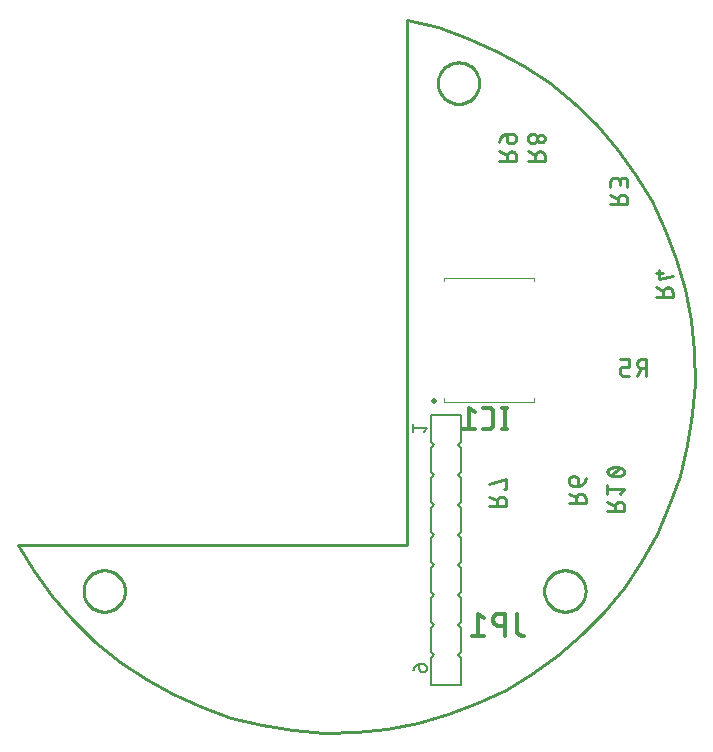
<source format=gbr>
G04 EAGLE Gerber RS-274X export*
G75*
%MOMM*%
%FSLAX34Y34*%
%LPD*%
%INSilkscreen Bottom*%
%IPPOS*%
%AMOC8*
5,1,8,0,0,1.08239X$1,22.5*%
G01*
%ADD10C,0.254000*%
%ADD11C,0.500000*%
%ADD12C,0.120000*%
%ADD13C,0.330200*%
%ADD14C,0.152400*%
%ADD15C,0.127000*%
%ADD16C,0.254000*%


D10*
X558546Y457424D02*
X572770Y457424D01*
X572770Y461375D01*
X572768Y461499D01*
X572762Y461623D01*
X572752Y461747D01*
X572739Y461870D01*
X572721Y461993D01*
X572700Y462115D01*
X572675Y462237D01*
X572646Y462358D01*
X572613Y462477D01*
X572577Y462596D01*
X572536Y462713D01*
X572493Y462829D01*
X572445Y462944D01*
X572394Y463057D01*
X572339Y463169D01*
X572281Y463278D01*
X572220Y463386D01*
X572155Y463492D01*
X572087Y463596D01*
X572015Y463697D01*
X571941Y463797D01*
X571863Y463893D01*
X571783Y463988D01*
X571699Y464080D01*
X571613Y464169D01*
X571524Y464255D01*
X571432Y464339D01*
X571337Y464419D01*
X571241Y464497D01*
X571141Y464571D01*
X571040Y464643D01*
X570936Y464711D01*
X570830Y464776D01*
X570722Y464837D01*
X570613Y464895D01*
X570501Y464950D01*
X570388Y465001D01*
X570273Y465049D01*
X570157Y465092D01*
X570040Y465133D01*
X569921Y465169D01*
X569802Y465202D01*
X569681Y465231D01*
X569559Y465256D01*
X569437Y465277D01*
X569314Y465295D01*
X569191Y465308D01*
X569067Y465318D01*
X568943Y465324D01*
X568819Y465326D01*
X568695Y465324D01*
X568571Y465318D01*
X568447Y465308D01*
X568324Y465295D01*
X568201Y465277D01*
X568079Y465256D01*
X567957Y465231D01*
X567836Y465202D01*
X567717Y465169D01*
X567598Y465133D01*
X567481Y465092D01*
X567365Y465049D01*
X567250Y465001D01*
X567137Y464950D01*
X567025Y464895D01*
X566916Y464837D01*
X566808Y464776D01*
X566702Y464711D01*
X566598Y464643D01*
X566497Y464571D01*
X566397Y464497D01*
X566301Y464419D01*
X566206Y464339D01*
X566114Y464255D01*
X566025Y464169D01*
X565939Y464080D01*
X565855Y463988D01*
X565775Y463893D01*
X565697Y463797D01*
X565623Y463697D01*
X565551Y463596D01*
X565483Y463492D01*
X565418Y463386D01*
X565357Y463278D01*
X565299Y463169D01*
X565244Y463057D01*
X565193Y462944D01*
X565145Y462829D01*
X565102Y462713D01*
X565061Y462596D01*
X565025Y462477D01*
X564992Y462358D01*
X564963Y462237D01*
X564938Y462115D01*
X564917Y461993D01*
X564899Y461870D01*
X564886Y461747D01*
X564876Y461623D01*
X564870Y461499D01*
X564868Y461375D01*
X564868Y457424D01*
X564868Y462165D02*
X558546Y465326D01*
X558546Y472158D02*
X558546Y476109D01*
X558548Y476233D01*
X558554Y476357D01*
X558564Y476481D01*
X558577Y476604D01*
X558595Y476727D01*
X558616Y476849D01*
X558641Y476971D01*
X558670Y477092D01*
X558703Y477211D01*
X558739Y477330D01*
X558780Y477447D01*
X558823Y477563D01*
X558871Y477678D01*
X558922Y477791D01*
X558977Y477903D01*
X559035Y478012D01*
X559096Y478120D01*
X559161Y478226D01*
X559229Y478330D01*
X559301Y478431D01*
X559375Y478531D01*
X559453Y478627D01*
X559533Y478722D01*
X559617Y478814D01*
X559703Y478903D01*
X559792Y478989D01*
X559884Y479073D01*
X559979Y479153D01*
X560075Y479231D01*
X560175Y479305D01*
X560276Y479377D01*
X560380Y479445D01*
X560486Y479510D01*
X560594Y479571D01*
X560703Y479629D01*
X560815Y479684D01*
X560928Y479735D01*
X561043Y479783D01*
X561159Y479826D01*
X561276Y479867D01*
X561395Y479903D01*
X561514Y479936D01*
X561635Y479965D01*
X561757Y479990D01*
X561879Y480011D01*
X562002Y480029D01*
X562125Y480042D01*
X562249Y480052D01*
X562373Y480058D01*
X562497Y480060D01*
X562621Y480058D01*
X562745Y480052D01*
X562869Y480042D01*
X562992Y480029D01*
X563115Y480011D01*
X563237Y479990D01*
X563359Y479965D01*
X563480Y479936D01*
X563599Y479903D01*
X563718Y479867D01*
X563835Y479826D01*
X563951Y479783D01*
X564066Y479735D01*
X564179Y479684D01*
X564291Y479629D01*
X564400Y479571D01*
X564508Y479510D01*
X564614Y479445D01*
X564718Y479377D01*
X564819Y479305D01*
X564919Y479231D01*
X565015Y479153D01*
X565110Y479073D01*
X565202Y478989D01*
X565291Y478903D01*
X565377Y478814D01*
X565461Y478722D01*
X565541Y478627D01*
X565619Y478531D01*
X565693Y478431D01*
X565765Y478330D01*
X565833Y478226D01*
X565898Y478120D01*
X565959Y478012D01*
X566017Y477903D01*
X566072Y477791D01*
X566123Y477678D01*
X566171Y477563D01*
X566214Y477447D01*
X566255Y477330D01*
X566291Y477211D01*
X566324Y477092D01*
X566353Y476971D01*
X566378Y476849D01*
X566399Y476727D01*
X566417Y476604D01*
X566430Y476481D01*
X566440Y476357D01*
X566446Y476233D01*
X566448Y476109D01*
X572770Y476899D02*
X572770Y472158D01*
X572770Y476899D02*
X572768Y477011D01*
X572762Y477122D01*
X572752Y477233D01*
X572739Y477344D01*
X572721Y477454D01*
X572699Y477563D01*
X572674Y477672D01*
X572645Y477780D01*
X572612Y477886D01*
X572575Y477992D01*
X572535Y478096D01*
X572491Y478198D01*
X572443Y478299D01*
X572392Y478398D01*
X572337Y478496D01*
X572279Y478591D01*
X572218Y478684D01*
X572153Y478775D01*
X572085Y478864D01*
X572014Y478950D01*
X571941Y479033D01*
X571864Y479114D01*
X571784Y479193D01*
X571702Y479268D01*
X571617Y479340D01*
X571530Y479410D01*
X571440Y479476D01*
X571348Y479539D01*
X571253Y479599D01*
X571157Y479655D01*
X571059Y479708D01*
X570959Y479757D01*
X570857Y479803D01*
X570754Y479845D01*
X570649Y479884D01*
X570543Y479919D01*
X570436Y479950D01*
X570328Y479977D01*
X570219Y480001D01*
X570109Y480020D01*
X569999Y480036D01*
X569888Y480048D01*
X569776Y480056D01*
X569665Y480060D01*
X569553Y480060D01*
X569442Y480056D01*
X569330Y480048D01*
X569219Y480036D01*
X569109Y480020D01*
X568999Y480001D01*
X568890Y479977D01*
X568782Y479950D01*
X568675Y479919D01*
X568569Y479884D01*
X568464Y479845D01*
X568361Y479803D01*
X568259Y479757D01*
X568159Y479708D01*
X568061Y479655D01*
X567965Y479599D01*
X567870Y479539D01*
X567778Y479476D01*
X567688Y479410D01*
X567601Y479340D01*
X567516Y479268D01*
X567434Y479193D01*
X567354Y479114D01*
X567277Y479033D01*
X567204Y478950D01*
X567133Y478864D01*
X567065Y478775D01*
X567000Y478684D01*
X566939Y478591D01*
X566881Y478496D01*
X566826Y478398D01*
X566775Y478299D01*
X566727Y478198D01*
X566683Y478096D01*
X566643Y477992D01*
X566606Y477886D01*
X566573Y477780D01*
X566544Y477672D01*
X566519Y477563D01*
X566497Y477454D01*
X566479Y477344D01*
X566466Y477233D01*
X566456Y477122D01*
X566450Y477011D01*
X566448Y476899D01*
X566448Y473738D01*
X596900Y379110D02*
X611124Y379110D01*
X611124Y383061D01*
X611122Y383185D01*
X611116Y383309D01*
X611106Y383433D01*
X611093Y383556D01*
X611075Y383679D01*
X611054Y383801D01*
X611029Y383923D01*
X611000Y384044D01*
X610967Y384163D01*
X610931Y384282D01*
X610890Y384399D01*
X610847Y384515D01*
X610799Y384630D01*
X610748Y384743D01*
X610693Y384855D01*
X610635Y384964D01*
X610574Y385072D01*
X610509Y385178D01*
X610441Y385282D01*
X610369Y385383D01*
X610295Y385483D01*
X610217Y385579D01*
X610137Y385674D01*
X610053Y385766D01*
X609967Y385855D01*
X609878Y385941D01*
X609786Y386025D01*
X609691Y386105D01*
X609595Y386183D01*
X609495Y386257D01*
X609394Y386329D01*
X609290Y386397D01*
X609184Y386462D01*
X609076Y386523D01*
X608967Y386581D01*
X608855Y386636D01*
X608742Y386687D01*
X608627Y386735D01*
X608511Y386778D01*
X608394Y386819D01*
X608275Y386855D01*
X608156Y386888D01*
X608035Y386917D01*
X607913Y386942D01*
X607791Y386963D01*
X607668Y386981D01*
X607545Y386994D01*
X607421Y387004D01*
X607297Y387010D01*
X607173Y387012D01*
X607049Y387010D01*
X606925Y387004D01*
X606801Y386994D01*
X606678Y386981D01*
X606555Y386963D01*
X606433Y386942D01*
X606311Y386917D01*
X606190Y386888D01*
X606071Y386855D01*
X605952Y386819D01*
X605835Y386778D01*
X605719Y386735D01*
X605604Y386687D01*
X605491Y386636D01*
X605379Y386581D01*
X605270Y386523D01*
X605162Y386462D01*
X605056Y386397D01*
X604952Y386329D01*
X604851Y386257D01*
X604751Y386183D01*
X604655Y386105D01*
X604560Y386025D01*
X604468Y385941D01*
X604379Y385855D01*
X604293Y385766D01*
X604209Y385674D01*
X604129Y385579D01*
X604051Y385483D01*
X603977Y385383D01*
X603905Y385282D01*
X603837Y385178D01*
X603772Y385072D01*
X603711Y384964D01*
X603653Y384855D01*
X603598Y384743D01*
X603547Y384630D01*
X603499Y384515D01*
X603456Y384399D01*
X603415Y384282D01*
X603379Y384163D01*
X603346Y384044D01*
X603317Y383923D01*
X603292Y383801D01*
X603271Y383679D01*
X603253Y383556D01*
X603240Y383433D01*
X603230Y383309D01*
X603224Y383185D01*
X603222Y383061D01*
X603222Y379110D01*
X603222Y383851D02*
X596900Y387012D01*
X600061Y393844D02*
X611124Y397005D01*
X600061Y393844D02*
X600061Y401746D01*
X603222Y399375D02*
X596900Y399375D01*
X589056Y326390D02*
X589056Y312166D01*
X589056Y326390D02*
X585105Y326390D01*
X584981Y326388D01*
X584857Y326382D01*
X584733Y326372D01*
X584610Y326359D01*
X584487Y326341D01*
X584365Y326320D01*
X584243Y326295D01*
X584122Y326266D01*
X584003Y326233D01*
X583884Y326197D01*
X583767Y326156D01*
X583651Y326113D01*
X583536Y326065D01*
X583423Y326014D01*
X583311Y325959D01*
X583202Y325901D01*
X583094Y325840D01*
X582988Y325775D01*
X582884Y325707D01*
X582783Y325635D01*
X582683Y325561D01*
X582587Y325483D01*
X582492Y325403D01*
X582400Y325319D01*
X582311Y325233D01*
X582225Y325144D01*
X582141Y325052D01*
X582061Y324957D01*
X581983Y324861D01*
X581909Y324761D01*
X581837Y324660D01*
X581769Y324556D01*
X581704Y324450D01*
X581643Y324342D01*
X581585Y324233D01*
X581530Y324121D01*
X581479Y324008D01*
X581431Y323893D01*
X581388Y323777D01*
X581347Y323660D01*
X581311Y323541D01*
X581278Y323422D01*
X581249Y323301D01*
X581224Y323179D01*
X581203Y323057D01*
X581185Y322934D01*
X581172Y322811D01*
X581162Y322687D01*
X581156Y322563D01*
X581154Y322439D01*
X581156Y322315D01*
X581162Y322191D01*
X581172Y322067D01*
X581185Y321944D01*
X581203Y321821D01*
X581224Y321699D01*
X581249Y321577D01*
X581278Y321456D01*
X581311Y321337D01*
X581347Y321218D01*
X581388Y321101D01*
X581431Y320985D01*
X581479Y320870D01*
X581530Y320757D01*
X581585Y320645D01*
X581643Y320536D01*
X581704Y320428D01*
X581769Y320322D01*
X581837Y320218D01*
X581909Y320117D01*
X581983Y320017D01*
X582061Y319921D01*
X582141Y319826D01*
X582225Y319734D01*
X582311Y319645D01*
X582400Y319559D01*
X582492Y319475D01*
X582587Y319395D01*
X582683Y319317D01*
X582783Y319243D01*
X582884Y319171D01*
X582988Y319103D01*
X583094Y319038D01*
X583202Y318977D01*
X583311Y318919D01*
X583423Y318864D01*
X583536Y318813D01*
X583651Y318765D01*
X583767Y318722D01*
X583884Y318681D01*
X584003Y318645D01*
X584122Y318612D01*
X584243Y318583D01*
X584365Y318558D01*
X584487Y318537D01*
X584610Y318519D01*
X584733Y318506D01*
X584857Y318496D01*
X584981Y318490D01*
X585105Y318488D01*
X589056Y318488D01*
X584315Y318488D02*
X581154Y312166D01*
X574322Y312166D02*
X569581Y312166D01*
X569471Y312168D01*
X569361Y312174D01*
X569251Y312183D01*
X569141Y312197D01*
X569032Y312214D01*
X568924Y312235D01*
X568816Y312260D01*
X568710Y312288D01*
X568604Y312321D01*
X568500Y312357D01*
X568397Y312396D01*
X568295Y312439D01*
X568195Y312486D01*
X568097Y312536D01*
X568001Y312589D01*
X567906Y312646D01*
X567813Y312706D01*
X567723Y312770D01*
X567635Y312836D01*
X567549Y312906D01*
X567466Y312978D01*
X567385Y313053D01*
X567307Y313131D01*
X567232Y313212D01*
X567160Y313295D01*
X567090Y313381D01*
X567024Y313469D01*
X566960Y313559D01*
X566900Y313652D01*
X566844Y313746D01*
X566790Y313843D01*
X566740Y313941D01*
X566693Y314041D01*
X566650Y314143D01*
X566611Y314246D01*
X566575Y314350D01*
X566542Y314456D01*
X566514Y314562D01*
X566489Y314670D01*
X566468Y314778D01*
X566451Y314887D01*
X566437Y314997D01*
X566428Y315106D01*
X566422Y315217D01*
X566420Y315327D01*
X566420Y316907D01*
X566422Y317017D01*
X566428Y317128D01*
X566437Y317237D01*
X566451Y317347D01*
X566468Y317456D01*
X566489Y317564D01*
X566514Y317672D01*
X566542Y317778D01*
X566575Y317884D01*
X566611Y317988D01*
X566650Y318091D01*
X566693Y318193D01*
X566740Y318293D01*
X566790Y318391D01*
X566843Y318488D01*
X566900Y318582D01*
X566960Y318675D01*
X567024Y318765D01*
X567090Y318853D01*
X567160Y318939D01*
X567232Y319022D01*
X567307Y319103D01*
X567385Y319181D01*
X567466Y319256D01*
X567549Y319328D01*
X567635Y319398D01*
X567723Y319464D01*
X567813Y319528D01*
X567906Y319588D01*
X568001Y319645D01*
X568097Y319698D01*
X568195Y319748D01*
X568295Y319795D01*
X568397Y319838D01*
X568500Y319877D01*
X568604Y319913D01*
X568710Y319946D01*
X568816Y319974D01*
X568924Y319999D01*
X569032Y320020D01*
X569141Y320037D01*
X569251Y320051D01*
X569361Y320060D01*
X569471Y320066D01*
X569581Y320068D01*
X574322Y320068D01*
X574322Y326390D01*
X566420Y326390D01*
X537464Y204470D02*
X523240Y204470D01*
X537464Y204470D02*
X537464Y208421D01*
X537462Y208545D01*
X537456Y208669D01*
X537446Y208793D01*
X537433Y208916D01*
X537415Y209039D01*
X537394Y209161D01*
X537369Y209283D01*
X537340Y209404D01*
X537307Y209523D01*
X537271Y209642D01*
X537230Y209759D01*
X537187Y209875D01*
X537139Y209990D01*
X537088Y210103D01*
X537033Y210215D01*
X536975Y210324D01*
X536914Y210432D01*
X536849Y210538D01*
X536781Y210642D01*
X536709Y210743D01*
X536635Y210843D01*
X536557Y210939D01*
X536477Y211034D01*
X536393Y211126D01*
X536307Y211215D01*
X536218Y211301D01*
X536126Y211385D01*
X536031Y211465D01*
X535935Y211543D01*
X535835Y211617D01*
X535734Y211689D01*
X535630Y211757D01*
X535524Y211822D01*
X535416Y211883D01*
X535307Y211941D01*
X535195Y211996D01*
X535082Y212047D01*
X534967Y212095D01*
X534851Y212138D01*
X534734Y212179D01*
X534615Y212215D01*
X534496Y212248D01*
X534375Y212277D01*
X534253Y212302D01*
X534131Y212323D01*
X534008Y212341D01*
X533885Y212354D01*
X533761Y212364D01*
X533637Y212370D01*
X533513Y212372D01*
X533389Y212370D01*
X533265Y212364D01*
X533141Y212354D01*
X533018Y212341D01*
X532895Y212323D01*
X532773Y212302D01*
X532651Y212277D01*
X532530Y212248D01*
X532411Y212215D01*
X532292Y212179D01*
X532175Y212138D01*
X532059Y212095D01*
X531944Y212047D01*
X531831Y211996D01*
X531719Y211941D01*
X531610Y211883D01*
X531502Y211822D01*
X531396Y211757D01*
X531292Y211689D01*
X531191Y211617D01*
X531091Y211543D01*
X530995Y211465D01*
X530900Y211385D01*
X530808Y211301D01*
X530719Y211215D01*
X530633Y211126D01*
X530549Y211034D01*
X530469Y210939D01*
X530391Y210843D01*
X530317Y210743D01*
X530245Y210642D01*
X530177Y210538D01*
X530112Y210432D01*
X530051Y210324D01*
X529993Y210215D01*
X529938Y210103D01*
X529887Y209990D01*
X529839Y209875D01*
X529796Y209759D01*
X529755Y209642D01*
X529719Y209523D01*
X529686Y209404D01*
X529657Y209283D01*
X529632Y209161D01*
X529611Y209039D01*
X529593Y208916D01*
X529580Y208793D01*
X529570Y208669D01*
X529564Y208545D01*
X529562Y208421D01*
X529562Y204470D01*
X529562Y209211D02*
X523240Y212372D01*
X531142Y219204D02*
X531142Y223945D01*
X531140Y224055D01*
X531134Y224166D01*
X531125Y224275D01*
X531111Y224385D01*
X531094Y224494D01*
X531073Y224602D01*
X531048Y224710D01*
X531020Y224816D01*
X530987Y224922D01*
X530951Y225026D01*
X530912Y225129D01*
X530869Y225231D01*
X530822Y225331D01*
X530772Y225429D01*
X530719Y225526D01*
X530662Y225620D01*
X530602Y225713D01*
X530538Y225803D01*
X530472Y225891D01*
X530402Y225977D01*
X530330Y226060D01*
X530255Y226141D01*
X530177Y226219D01*
X530096Y226294D01*
X530013Y226366D01*
X529927Y226436D01*
X529839Y226502D01*
X529749Y226566D01*
X529656Y226626D01*
X529562Y226683D01*
X529465Y226736D01*
X529367Y226786D01*
X529267Y226833D01*
X529165Y226876D01*
X529062Y226915D01*
X528958Y226951D01*
X528852Y226984D01*
X528746Y227012D01*
X528638Y227037D01*
X528530Y227058D01*
X528421Y227075D01*
X528311Y227089D01*
X528202Y227098D01*
X528091Y227104D01*
X527981Y227106D01*
X527191Y227106D01*
X527067Y227104D01*
X526943Y227098D01*
X526819Y227088D01*
X526696Y227075D01*
X526573Y227057D01*
X526451Y227036D01*
X526329Y227011D01*
X526208Y226982D01*
X526089Y226949D01*
X525970Y226913D01*
X525853Y226872D01*
X525737Y226829D01*
X525622Y226781D01*
X525509Y226730D01*
X525397Y226675D01*
X525288Y226617D01*
X525180Y226556D01*
X525074Y226491D01*
X524970Y226423D01*
X524869Y226351D01*
X524769Y226277D01*
X524673Y226199D01*
X524578Y226119D01*
X524486Y226035D01*
X524397Y225949D01*
X524311Y225860D01*
X524227Y225768D01*
X524147Y225673D01*
X524069Y225577D01*
X523995Y225477D01*
X523923Y225376D01*
X523855Y225272D01*
X523790Y225166D01*
X523729Y225058D01*
X523671Y224949D01*
X523616Y224837D01*
X523565Y224724D01*
X523517Y224609D01*
X523474Y224493D01*
X523433Y224376D01*
X523397Y224257D01*
X523364Y224138D01*
X523335Y224017D01*
X523310Y223895D01*
X523289Y223773D01*
X523271Y223650D01*
X523258Y223527D01*
X523248Y223403D01*
X523242Y223279D01*
X523240Y223155D01*
X523242Y223031D01*
X523248Y222907D01*
X523258Y222783D01*
X523271Y222660D01*
X523289Y222537D01*
X523310Y222415D01*
X523335Y222293D01*
X523364Y222172D01*
X523397Y222053D01*
X523433Y221934D01*
X523474Y221817D01*
X523517Y221701D01*
X523565Y221586D01*
X523616Y221473D01*
X523671Y221361D01*
X523729Y221252D01*
X523790Y221144D01*
X523855Y221038D01*
X523923Y220934D01*
X523995Y220833D01*
X524069Y220733D01*
X524147Y220637D01*
X524227Y220542D01*
X524311Y220450D01*
X524397Y220361D01*
X524486Y220275D01*
X524578Y220191D01*
X524673Y220111D01*
X524769Y220033D01*
X524869Y219959D01*
X524970Y219887D01*
X525074Y219819D01*
X525180Y219754D01*
X525288Y219693D01*
X525397Y219635D01*
X525509Y219580D01*
X525622Y219529D01*
X525737Y219481D01*
X525853Y219438D01*
X525970Y219397D01*
X526089Y219361D01*
X526208Y219328D01*
X526329Y219299D01*
X526451Y219274D01*
X526573Y219253D01*
X526696Y219235D01*
X526819Y219222D01*
X526943Y219212D01*
X527067Y219206D01*
X527191Y219204D01*
X531142Y219204D01*
X531300Y219206D01*
X531457Y219212D01*
X531614Y219222D01*
X531771Y219235D01*
X531928Y219253D01*
X532084Y219275D01*
X532240Y219300D01*
X532395Y219329D01*
X532549Y219363D01*
X532702Y219399D01*
X532854Y219440D01*
X533005Y219485D01*
X533155Y219533D01*
X533304Y219585D01*
X533452Y219641D01*
X533598Y219700D01*
X533742Y219763D01*
X533885Y219830D01*
X534026Y219900D01*
X534166Y219974D01*
X534303Y220051D01*
X534439Y220131D01*
X534572Y220215D01*
X534703Y220303D01*
X534832Y220393D01*
X534959Y220487D01*
X535084Y220583D01*
X535206Y220683D01*
X535325Y220786D01*
X535442Y220892D01*
X535556Y221000D01*
X535668Y221112D01*
X535776Y221226D01*
X535882Y221343D01*
X535985Y221462D01*
X536085Y221584D01*
X536181Y221709D01*
X536275Y221836D01*
X536365Y221965D01*
X536453Y222096D01*
X536536Y222229D01*
X536617Y222365D01*
X536694Y222502D01*
X536768Y222642D01*
X536838Y222783D01*
X536905Y222926D01*
X536968Y223070D01*
X537027Y223216D01*
X537083Y223364D01*
X537135Y223513D01*
X537183Y223663D01*
X537228Y223814D01*
X537269Y223966D01*
X537305Y224119D01*
X537339Y224273D01*
X537368Y224428D01*
X537393Y224584D01*
X537415Y224740D01*
X537433Y224897D01*
X537446Y225054D01*
X537456Y225211D01*
X537462Y225368D01*
X537464Y225526D01*
X470154Y201930D02*
X455930Y201930D01*
X470154Y201930D02*
X470154Y205881D01*
X470152Y206005D01*
X470146Y206129D01*
X470136Y206253D01*
X470123Y206376D01*
X470105Y206499D01*
X470084Y206621D01*
X470059Y206743D01*
X470030Y206864D01*
X469997Y206983D01*
X469961Y207102D01*
X469920Y207219D01*
X469877Y207335D01*
X469829Y207450D01*
X469778Y207563D01*
X469723Y207675D01*
X469665Y207784D01*
X469604Y207892D01*
X469539Y207998D01*
X469471Y208102D01*
X469399Y208203D01*
X469325Y208303D01*
X469247Y208399D01*
X469167Y208494D01*
X469083Y208586D01*
X468997Y208675D01*
X468908Y208761D01*
X468816Y208845D01*
X468721Y208925D01*
X468625Y209003D01*
X468525Y209077D01*
X468424Y209149D01*
X468320Y209217D01*
X468214Y209282D01*
X468106Y209343D01*
X467997Y209401D01*
X467885Y209456D01*
X467772Y209507D01*
X467657Y209555D01*
X467541Y209598D01*
X467424Y209639D01*
X467305Y209675D01*
X467186Y209708D01*
X467065Y209737D01*
X466943Y209762D01*
X466821Y209783D01*
X466698Y209801D01*
X466575Y209814D01*
X466451Y209824D01*
X466327Y209830D01*
X466203Y209832D01*
X466079Y209830D01*
X465955Y209824D01*
X465831Y209814D01*
X465708Y209801D01*
X465585Y209783D01*
X465463Y209762D01*
X465341Y209737D01*
X465220Y209708D01*
X465101Y209675D01*
X464982Y209639D01*
X464865Y209598D01*
X464749Y209555D01*
X464634Y209507D01*
X464521Y209456D01*
X464409Y209401D01*
X464300Y209343D01*
X464192Y209282D01*
X464086Y209217D01*
X463982Y209149D01*
X463881Y209077D01*
X463781Y209003D01*
X463685Y208925D01*
X463590Y208845D01*
X463498Y208761D01*
X463409Y208675D01*
X463323Y208586D01*
X463239Y208494D01*
X463159Y208399D01*
X463081Y208303D01*
X463007Y208203D01*
X462935Y208102D01*
X462867Y207998D01*
X462802Y207892D01*
X462741Y207784D01*
X462683Y207675D01*
X462628Y207563D01*
X462577Y207450D01*
X462529Y207335D01*
X462486Y207219D01*
X462445Y207102D01*
X462409Y206983D01*
X462376Y206864D01*
X462347Y206743D01*
X462322Y206621D01*
X462301Y206499D01*
X462283Y206376D01*
X462270Y206253D01*
X462260Y206129D01*
X462254Y206005D01*
X462252Y205881D01*
X462252Y201930D01*
X462252Y206671D02*
X455930Y209832D01*
X468574Y216664D02*
X470154Y216664D01*
X470154Y224566D01*
X455930Y220615D01*
X488696Y494254D02*
X502920Y494254D01*
X502920Y498205D01*
X502918Y498329D01*
X502912Y498453D01*
X502902Y498577D01*
X502889Y498700D01*
X502871Y498823D01*
X502850Y498945D01*
X502825Y499067D01*
X502796Y499188D01*
X502763Y499307D01*
X502727Y499426D01*
X502686Y499543D01*
X502643Y499659D01*
X502595Y499774D01*
X502544Y499887D01*
X502489Y499999D01*
X502431Y500108D01*
X502370Y500216D01*
X502305Y500322D01*
X502237Y500426D01*
X502165Y500527D01*
X502091Y500627D01*
X502013Y500723D01*
X501933Y500818D01*
X501849Y500910D01*
X501763Y500999D01*
X501674Y501085D01*
X501582Y501169D01*
X501487Y501249D01*
X501391Y501327D01*
X501291Y501401D01*
X501190Y501473D01*
X501086Y501541D01*
X500980Y501606D01*
X500872Y501667D01*
X500763Y501725D01*
X500651Y501780D01*
X500538Y501831D01*
X500423Y501879D01*
X500307Y501922D01*
X500190Y501963D01*
X500071Y501999D01*
X499952Y502032D01*
X499831Y502061D01*
X499709Y502086D01*
X499587Y502107D01*
X499464Y502125D01*
X499341Y502138D01*
X499217Y502148D01*
X499093Y502154D01*
X498969Y502156D01*
X498845Y502154D01*
X498721Y502148D01*
X498597Y502138D01*
X498474Y502125D01*
X498351Y502107D01*
X498229Y502086D01*
X498107Y502061D01*
X497986Y502032D01*
X497867Y501999D01*
X497748Y501963D01*
X497631Y501922D01*
X497515Y501879D01*
X497400Y501831D01*
X497287Y501780D01*
X497175Y501725D01*
X497066Y501667D01*
X496958Y501606D01*
X496852Y501541D01*
X496748Y501473D01*
X496647Y501401D01*
X496547Y501327D01*
X496451Y501249D01*
X496356Y501169D01*
X496264Y501085D01*
X496175Y500999D01*
X496089Y500910D01*
X496005Y500818D01*
X495925Y500723D01*
X495847Y500627D01*
X495773Y500527D01*
X495701Y500426D01*
X495633Y500322D01*
X495568Y500216D01*
X495507Y500108D01*
X495449Y499999D01*
X495394Y499887D01*
X495343Y499774D01*
X495295Y499659D01*
X495252Y499543D01*
X495211Y499426D01*
X495175Y499307D01*
X495142Y499188D01*
X495113Y499067D01*
X495088Y498945D01*
X495067Y498823D01*
X495049Y498700D01*
X495036Y498577D01*
X495026Y498453D01*
X495020Y498329D01*
X495018Y498205D01*
X495018Y494254D01*
X495018Y498995D02*
X488696Y502156D01*
X492647Y508988D02*
X492771Y508990D01*
X492895Y508996D01*
X493019Y509006D01*
X493142Y509019D01*
X493265Y509037D01*
X493387Y509058D01*
X493509Y509083D01*
X493630Y509112D01*
X493749Y509145D01*
X493868Y509181D01*
X493985Y509222D01*
X494101Y509265D01*
X494216Y509313D01*
X494329Y509364D01*
X494441Y509419D01*
X494550Y509477D01*
X494658Y509538D01*
X494764Y509603D01*
X494868Y509671D01*
X494969Y509743D01*
X495069Y509817D01*
X495165Y509895D01*
X495260Y509975D01*
X495352Y510059D01*
X495441Y510145D01*
X495527Y510234D01*
X495611Y510326D01*
X495691Y510421D01*
X495769Y510517D01*
X495843Y510617D01*
X495915Y510718D01*
X495983Y510822D01*
X496048Y510928D01*
X496109Y511036D01*
X496167Y511145D01*
X496222Y511257D01*
X496273Y511370D01*
X496321Y511485D01*
X496364Y511601D01*
X496405Y511718D01*
X496441Y511837D01*
X496474Y511956D01*
X496503Y512077D01*
X496528Y512199D01*
X496549Y512321D01*
X496567Y512444D01*
X496580Y512567D01*
X496590Y512691D01*
X496596Y512815D01*
X496598Y512939D01*
X496596Y513063D01*
X496590Y513187D01*
X496580Y513311D01*
X496567Y513434D01*
X496549Y513557D01*
X496528Y513679D01*
X496503Y513801D01*
X496474Y513922D01*
X496441Y514041D01*
X496405Y514160D01*
X496364Y514277D01*
X496321Y514393D01*
X496273Y514508D01*
X496222Y514621D01*
X496167Y514733D01*
X496109Y514842D01*
X496048Y514950D01*
X495983Y515056D01*
X495915Y515160D01*
X495843Y515261D01*
X495769Y515361D01*
X495691Y515457D01*
X495611Y515552D01*
X495527Y515644D01*
X495441Y515733D01*
X495352Y515819D01*
X495260Y515903D01*
X495165Y515983D01*
X495069Y516061D01*
X494969Y516135D01*
X494868Y516207D01*
X494764Y516275D01*
X494658Y516340D01*
X494550Y516401D01*
X494441Y516459D01*
X494329Y516514D01*
X494216Y516565D01*
X494101Y516613D01*
X493985Y516656D01*
X493868Y516697D01*
X493749Y516733D01*
X493630Y516766D01*
X493509Y516795D01*
X493387Y516820D01*
X493265Y516841D01*
X493142Y516859D01*
X493019Y516872D01*
X492895Y516882D01*
X492771Y516888D01*
X492647Y516890D01*
X492523Y516888D01*
X492399Y516882D01*
X492275Y516872D01*
X492152Y516859D01*
X492029Y516841D01*
X491907Y516820D01*
X491785Y516795D01*
X491664Y516766D01*
X491545Y516733D01*
X491426Y516697D01*
X491309Y516656D01*
X491193Y516613D01*
X491078Y516565D01*
X490965Y516514D01*
X490853Y516459D01*
X490744Y516401D01*
X490636Y516340D01*
X490530Y516275D01*
X490426Y516207D01*
X490325Y516135D01*
X490225Y516061D01*
X490129Y515983D01*
X490034Y515903D01*
X489942Y515819D01*
X489853Y515733D01*
X489767Y515644D01*
X489683Y515552D01*
X489603Y515457D01*
X489525Y515361D01*
X489451Y515261D01*
X489379Y515160D01*
X489311Y515056D01*
X489246Y514950D01*
X489185Y514842D01*
X489127Y514733D01*
X489072Y514621D01*
X489021Y514508D01*
X488973Y514393D01*
X488930Y514277D01*
X488889Y514160D01*
X488853Y514041D01*
X488820Y513922D01*
X488791Y513801D01*
X488766Y513679D01*
X488745Y513557D01*
X488727Y513434D01*
X488714Y513311D01*
X488704Y513187D01*
X488698Y513063D01*
X488696Y512939D01*
X488698Y512815D01*
X488704Y512691D01*
X488714Y512567D01*
X488727Y512444D01*
X488745Y512321D01*
X488766Y512199D01*
X488791Y512077D01*
X488820Y511956D01*
X488853Y511837D01*
X488889Y511718D01*
X488930Y511601D01*
X488973Y511485D01*
X489021Y511370D01*
X489072Y511257D01*
X489127Y511145D01*
X489185Y511036D01*
X489246Y510928D01*
X489311Y510822D01*
X489379Y510718D01*
X489451Y510617D01*
X489525Y510517D01*
X489603Y510421D01*
X489683Y510326D01*
X489767Y510234D01*
X489853Y510145D01*
X489942Y510059D01*
X490034Y509975D01*
X490129Y509895D01*
X490225Y509817D01*
X490325Y509743D01*
X490426Y509671D01*
X490530Y509603D01*
X490636Y509538D01*
X490744Y509477D01*
X490853Y509419D01*
X490965Y509364D01*
X491078Y509313D01*
X491193Y509265D01*
X491309Y509222D01*
X491426Y509181D01*
X491545Y509145D01*
X491664Y509112D01*
X491785Y509083D01*
X491907Y509058D01*
X492029Y509037D01*
X492152Y509019D01*
X492275Y509006D01*
X492399Y508996D01*
X492523Y508990D01*
X492647Y508988D01*
X499759Y509778D02*
X499871Y509780D01*
X499982Y509786D01*
X500093Y509796D01*
X500204Y509809D01*
X500314Y509827D01*
X500423Y509849D01*
X500532Y509874D01*
X500640Y509903D01*
X500746Y509936D01*
X500852Y509973D01*
X500956Y510013D01*
X501058Y510057D01*
X501159Y510105D01*
X501258Y510156D01*
X501356Y510211D01*
X501451Y510269D01*
X501544Y510330D01*
X501635Y510395D01*
X501724Y510463D01*
X501810Y510534D01*
X501893Y510607D01*
X501974Y510684D01*
X502053Y510764D01*
X502128Y510846D01*
X502200Y510931D01*
X502270Y511018D01*
X502336Y511108D01*
X502399Y511200D01*
X502459Y511295D01*
X502515Y511391D01*
X502568Y511489D01*
X502617Y511589D01*
X502663Y511691D01*
X502705Y511794D01*
X502744Y511899D01*
X502779Y512005D01*
X502810Y512112D01*
X502837Y512220D01*
X502861Y512329D01*
X502880Y512439D01*
X502896Y512549D01*
X502908Y512660D01*
X502916Y512772D01*
X502920Y512883D01*
X502920Y512995D01*
X502916Y513106D01*
X502908Y513218D01*
X502896Y513329D01*
X502880Y513439D01*
X502861Y513549D01*
X502837Y513658D01*
X502810Y513766D01*
X502779Y513873D01*
X502744Y513979D01*
X502705Y514084D01*
X502663Y514187D01*
X502617Y514289D01*
X502568Y514389D01*
X502515Y514487D01*
X502459Y514583D01*
X502399Y514678D01*
X502336Y514770D01*
X502270Y514860D01*
X502200Y514947D01*
X502128Y515032D01*
X502053Y515114D01*
X501974Y515194D01*
X501893Y515271D01*
X501810Y515344D01*
X501724Y515415D01*
X501635Y515483D01*
X501544Y515548D01*
X501451Y515609D01*
X501356Y515667D01*
X501258Y515722D01*
X501159Y515773D01*
X501058Y515821D01*
X500956Y515865D01*
X500852Y515905D01*
X500746Y515942D01*
X500640Y515975D01*
X500532Y516004D01*
X500423Y516029D01*
X500314Y516051D01*
X500204Y516069D01*
X500093Y516082D01*
X499982Y516092D01*
X499871Y516098D01*
X499759Y516100D01*
X499647Y516098D01*
X499536Y516092D01*
X499425Y516082D01*
X499314Y516069D01*
X499204Y516051D01*
X499095Y516029D01*
X498986Y516004D01*
X498878Y515975D01*
X498772Y515942D01*
X498666Y515905D01*
X498562Y515865D01*
X498460Y515821D01*
X498359Y515773D01*
X498260Y515722D01*
X498162Y515667D01*
X498067Y515609D01*
X497974Y515548D01*
X497883Y515483D01*
X497794Y515415D01*
X497708Y515344D01*
X497625Y515271D01*
X497544Y515194D01*
X497465Y515114D01*
X497390Y515032D01*
X497318Y514947D01*
X497248Y514860D01*
X497182Y514770D01*
X497119Y514678D01*
X497059Y514583D01*
X497003Y514487D01*
X496950Y514389D01*
X496901Y514289D01*
X496855Y514187D01*
X496813Y514084D01*
X496774Y513979D01*
X496739Y513873D01*
X496708Y513766D01*
X496681Y513658D01*
X496657Y513549D01*
X496638Y513439D01*
X496622Y513329D01*
X496610Y513218D01*
X496602Y513106D01*
X496598Y512995D01*
X496598Y512883D01*
X496602Y512772D01*
X496610Y512660D01*
X496622Y512549D01*
X496638Y512439D01*
X496657Y512329D01*
X496681Y512220D01*
X496708Y512112D01*
X496739Y512005D01*
X496774Y511899D01*
X496813Y511794D01*
X496855Y511691D01*
X496901Y511589D01*
X496950Y511489D01*
X497003Y511391D01*
X497059Y511295D01*
X497119Y511200D01*
X497182Y511108D01*
X497248Y511018D01*
X497318Y510931D01*
X497390Y510846D01*
X497465Y510764D01*
X497544Y510684D01*
X497625Y510607D01*
X497708Y510534D01*
X497794Y510463D01*
X497883Y510395D01*
X497974Y510330D01*
X498067Y510269D01*
X498162Y510211D01*
X498260Y510156D01*
X498359Y510105D01*
X498460Y510057D01*
X498562Y510013D01*
X498666Y509973D01*
X498772Y509936D01*
X498878Y509903D01*
X498986Y509874D01*
X499095Y509849D01*
X499204Y509827D01*
X499314Y509809D01*
X499425Y509796D01*
X499536Y509786D01*
X499647Y509780D01*
X499759Y509778D01*
X478790Y494254D02*
X464566Y494254D01*
X478790Y494254D02*
X478790Y498205D01*
X478788Y498329D01*
X478782Y498453D01*
X478772Y498577D01*
X478759Y498700D01*
X478741Y498823D01*
X478720Y498945D01*
X478695Y499067D01*
X478666Y499188D01*
X478633Y499307D01*
X478597Y499426D01*
X478556Y499543D01*
X478513Y499659D01*
X478465Y499774D01*
X478414Y499887D01*
X478359Y499999D01*
X478301Y500108D01*
X478240Y500216D01*
X478175Y500322D01*
X478107Y500426D01*
X478035Y500527D01*
X477961Y500627D01*
X477883Y500723D01*
X477803Y500818D01*
X477719Y500910D01*
X477633Y500999D01*
X477544Y501085D01*
X477452Y501169D01*
X477357Y501249D01*
X477261Y501327D01*
X477161Y501401D01*
X477060Y501473D01*
X476956Y501541D01*
X476850Y501606D01*
X476742Y501667D01*
X476633Y501725D01*
X476521Y501780D01*
X476408Y501831D01*
X476293Y501879D01*
X476177Y501922D01*
X476060Y501963D01*
X475941Y501999D01*
X475822Y502032D01*
X475701Y502061D01*
X475579Y502086D01*
X475457Y502107D01*
X475334Y502125D01*
X475211Y502138D01*
X475087Y502148D01*
X474963Y502154D01*
X474839Y502156D01*
X474715Y502154D01*
X474591Y502148D01*
X474467Y502138D01*
X474344Y502125D01*
X474221Y502107D01*
X474099Y502086D01*
X473977Y502061D01*
X473856Y502032D01*
X473737Y501999D01*
X473618Y501963D01*
X473501Y501922D01*
X473385Y501879D01*
X473270Y501831D01*
X473157Y501780D01*
X473045Y501725D01*
X472936Y501667D01*
X472828Y501606D01*
X472722Y501541D01*
X472618Y501473D01*
X472517Y501401D01*
X472417Y501327D01*
X472321Y501249D01*
X472226Y501169D01*
X472134Y501085D01*
X472045Y500999D01*
X471959Y500910D01*
X471875Y500818D01*
X471795Y500723D01*
X471717Y500627D01*
X471643Y500527D01*
X471571Y500426D01*
X471503Y500322D01*
X471438Y500216D01*
X471377Y500108D01*
X471319Y499999D01*
X471264Y499887D01*
X471213Y499774D01*
X471165Y499659D01*
X471122Y499543D01*
X471081Y499426D01*
X471045Y499307D01*
X471012Y499188D01*
X470983Y499067D01*
X470958Y498945D01*
X470937Y498823D01*
X470919Y498700D01*
X470906Y498577D01*
X470896Y498453D01*
X470890Y498329D01*
X470888Y498205D01*
X470888Y494254D01*
X470888Y498995D02*
X464566Y502156D01*
X470888Y512149D02*
X470888Y516890D01*
X470888Y512149D02*
X470890Y512039D01*
X470896Y511928D01*
X470905Y511819D01*
X470919Y511709D01*
X470936Y511600D01*
X470957Y511492D01*
X470982Y511384D01*
X471010Y511278D01*
X471043Y511172D01*
X471079Y511068D01*
X471118Y510965D01*
X471161Y510863D01*
X471208Y510763D01*
X471258Y510665D01*
X471311Y510568D01*
X471368Y510474D01*
X471428Y510381D01*
X471492Y510291D01*
X471558Y510203D01*
X471628Y510117D01*
X471700Y510034D01*
X471775Y509953D01*
X471853Y509875D01*
X471934Y509800D01*
X472017Y509728D01*
X472103Y509658D01*
X472191Y509592D01*
X472281Y509528D01*
X472374Y509468D01*
X472469Y509411D01*
X472565Y509358D01*
X472663Y509308D01*
X472763Y509261D01*
X472865Y509218D01*
X472968Y509179D01*
X473072Y509143D01*
X473178Y509110D01*
X473284Y509082D01*
X473392Y509057D01*
X473500Y509036D01*
X473609Y509019D01*
X473719Y509005D01*
X473829Y508996D01*
X473939Y508990D01*
X474049Y508988D01*
X474839Y508988D01*
X474963Y508990D01*
X475087Y508996D01*
X475211Y509006D01*
X475334Y509019D01*
X475457Y509037D01*
X475579Y509058D01*
X475701Y509083D01*
X475822Y509112D01*
X475941Y509145D01*
X476060Y509181D01*
X476177Y509222D01*
X476293Y509265D01*
X476408Y509313D01*
X476521Y509364D01*
X476633Y509419D01*
X476742Y509477D01*
X476850Y509538D01*
X476956Y509603D01*
X477060Y509671D01*
X477161Y509743D01*
X477261Y509817D01*
X477357Y509895D01*
X477452Y509975D01*
X477544Y510059D01*
X477633Y510145D01*
X477719Y510234D01*
X477803Y510326D01*
X477883Y510421D01*
X477961Y510517D01*
X478035Y510617D01*
X478107Y510718D01*
X478175Y510822D01*
X478240Y510928D01*
X478301Y511036D01*
X478359Y511145D01*
X478414Y511257D01*
X478465Y511370D01*
X478513Y511485D01*
X478556Y511601D01*
X478597Y511718D01*
X478633Y511837D01*
X478666Y511956D01*
X478695Y512077D01*
X478720Y512199D01*
X478741Y512321D01*
X478759Y512444D01*
X478772Y512567D01*
X478782Y512691D01*
X478788Y512815D01*
X478790Y512939D01*
X478788Y513063D01*
X478782Y513187D01*
X478772Y513311D01*
X478759Y513434D01*
X478741Y513557D01*
X478720Y513679D01*
X478695Y513801D01*
X478666Y513922D01*
X478633Y514041D01*
X478597Y514160D01*
X478556Y514277D01*
X478513Y514393D01*
X478465Y514508D01*
X478414Y514621D01*
X478359Y514733D01*
X478301Y514842D01*
X478240Y514950D01*
X478175Y515056D01*
X478107Y515160D01*
X478035Y515261D01*
X477961Y515361D01*
X477883Y515457D01*
X477803Y515552D01*
X477719Y515644D01*
X477633Y515733D01*
X477544Y515819D01*
X477452Y515903D01*
X477357Y515983D01*
X477261Y516061D01*
X477161Y516135D01*
X477060Y516207D01*
X476956Y516275D01*
X476850Y516340D01*
X476742Y516401D01*
X476633Y516459D01*
X476521Y516514D01*
X476408Y516565D01*
X476293Y516613D01*
X476177Y516656D01*
X476060Y516697D01*
X475941Y516733D01*
X475822Y516766D01*
X475701Y516795D01*
X475579Y516820D01*
X475457Y516841D01*
X475334Y516859D01*
X475211Y516872D01*
X475087Y516882D01*
X474963Y516888D01*
X474839Y516890D01*
X470888Y516890D01*
X470730Y516888D01*
X470573Y516882D01*
X470416Y516872D01*
X470259Y516859D01*
X470102Y516841D01*
X469946Y516819D01*
X469790Y516794D01*
X469635Y516765D01*
X469481Y516731D01*
X469328Y516695D01*
X469176Y516654D01*
X469025Y516609D01*
X468875Y516561D01*
X468726Y516509D01*
X468578Y516453D01*
X468432Y516394D01*
X468288Y516331D01*
X468145Y516264D01*
X468004Y516194D01*
X467864Y516120D01*
X467727Y516043D01*
X467591Y515963D01*
X467458Y515879D01*
X467327Y515791D01*
X467198Y515701D01*
X467071Y515607D01*
X466946Y515511D01*
X466824Y515411D01*
X466705Y515308D01*
X466588Y515202D01*
X466474Y515094D01*
X466362Y514982D01*
X466254Y514868D01*
X466148Y514751D01*
X466045Y514632D01*
X465945Y514510D01*
X465849Y514385D01*
X465755Y514258D01*
X465665Y514129D01*
X465577Y513998D01*
X465493Y513865D01*
X465413Y513729D01*
X465336Y513592D01*
X465262Y513452D01*
X465192Y513311D01*
X465125Y513168D01*
X465062Y513024D01*
X465003Y512878D01*
X464947Y512730D01*
X464895Y512581D01*
X464847Y512431D01*
X464802Y512280D01*
X464761Y512128D01*
X464725Y511975D01*
X464691Y511821D01*
X464662Y511666D01*
X464637Y511510D01*
X464615Y511354D01*
X464597Y511197D01*
X464584Y511040D01*
X464574Y510883D01*
X464568Y510726D01*
X464566Y510568D01*
D11*
X409531Y290601D03*
D12*
X417930Y290400D02*
X417930Y293101D01*
X417930Y290400D02*
X493930Y290400D01*
X493930Y293101D01*
X417930Y392699D02*
X417930Y395400D01*
X493930Y395400D01*
X493930Y392699D01*
D13*
X468881Y285369D02*
X468881Y266827D01*
X470941Y266827D02*
X466821Y266827D01*
X466821Y285369D02*
X470941Y285369D01*
X455135Y266827D02*
X451015Y266827D01*
X455135Y266827D02*
X455262Y266829D01*
X455389Y266835D01*
X455515Y266845D01*
X455641Y266858D01*
X455767Y266876D01*
X455892Y266897D01*
X456016Y266922D01*
X456140Y266951D01*
X456262Y266984D01*
X456384Y267021D01*
X456504Y267061D01*
X456623Y267105D01*
X456741Y267153D01*
X456857Y267204D01*
X456971Y267259D01*
X457084Y267317D01*
X457195Y267379D01*
X457304Y267444D01*
X457411Y267513D01*
X457515Y267584D01*
X457618Y267659D01*
X457718Y267737D01*
X457816Y267818D01*
X457911Y267902D01*
X458003Y267989D01*
X458093Y268079D01*
X458180Y268171D01*
X458264Y268266D01*
X458345Y268364D01*
X458423Y268464D01*
X458498Y268567D01*
X458569Y268671D01*
X458638Y268778D01*
X458703Y268887D01*
X458765Y268998D01*
X458823Y269111D01*
X458878Y269225D01*
X458929Y269341D01*
X458977Y269459D01*
X459021Y269578D01*
X459061Y269698D01*
X459098Y269820D01*
X459131Y269942D01*
X459160Y270066D01*
X459185Y270190D01*
X459206Y270315D01*
X459224Y270441D01*
X459237Y270567D01*
X459247Y270693D01*
X459253Y270820D01*
X459255Y270947D01*
X459256Y270947D02*
X459256Y281249D01*
X459255Y281249D02*
X459253Y281376D01*
X459247Y281503D01*
X459237Y281629D01*
X459224Y281755D01*
X459206Y281881D01*
X459185Y282006D01*
X459160Y282130D01*
X459131Y282254D01*
X459098Y282376D01*
X459061Y282498D01*
X459021Y282618D01*
X458977Y282737D01*
X458929Y282855D01*
X458878Y282971D01*
X458823Y283085D01*
X458765Y283198D01*
X458703Y283309D01*
X458638Y283418D01*
X458569Y283525D01*
X458498Y283629D01*
X458423Y283732D01*
X458345Y283832D01*
X458264Y283930D01*
X458180Y284025D01*
X458093Y284117D01*
X458003Y284207D01*
X457911Y284294D01*
X457816Y284378D01*
X457718Y284459D01*
X457618Y284537D01*
X457515Y284612D01*
X457411Y284683D01*
X457304Y284752D01*
X457195Y284817D01*
X457084Y284879D01*
X456971Y284937D01*
X456857Y284992D01*
X456741Y285043D01*
X456623Y285091D01*
X456504Y285135D01*
X456384Y285175D01*
X456262Y285212D01*
X456140Y285245D01*
X456016Y285274D01*
X455892Y285299D01*
X455767Y285320D01*
X455641Y285338D01*
X455515Y285351D01*
X455389Y285361D01*
X455262Y285367D01*
X455135Y285369D01*
X451015Y285369D01*
X443752Y281249D02*
X438602Y285369D01*
X438602Y266827D01*
X443752Y266827D02*
X433451Y266827D01*
D10*
X556006Y197448D02*
X570230Y197448D01*
X570230Y201399D01*
X570228Y201523D01*
X570222Y201647D01*
X570212Y201771D01*
X570199Y201894D01*
X570181Y202017D01*
X570160Y202139D01*
X570135Y202261D01*
X570106Y202382D01*
X570073Y202501D01*
X570037Y202620D01*
X569996Y202737D01*
X569953Y202853D01*
X569905Y202968D01*
X569854Y203081D01*
X569799Y203193D01*
X569741Y203302D01*
X569680Y203410D01*
X569615Y203516D01*
X569547Y203620D01*
X569475Y203721D01*
X569401Y203821D01*
X569323Y203917D01*
X569243Y204012D01*
X569159Y204104D01*
X569073Y204193D01*
X568984Y204279D01*
X568892Y204363D01*
X568797Y204443D01*
X568701Y204521D01*
X568601Y204595D01*
X568500Y204667D01*
X568396Y204735D01*
X568290Y204800D01*
X568182Y204861D01*
X568073Y204919D01*
X567961Y204974D01*
X567848Y205025D01*
X567733Y205073D01*
X567617Y205116D01*
X567500Y205157D01*
X567381Y205193D01*
X567262Y205226D01*
X567141Y205255D01*
X567019Y205280D01*
X566897Y205301D01*
X566774Y205319D01*
X566651Y205332D01*
X566527Y205342D01*
X566403Y205348D01*
X566279Y205350D01*
X566155Y205348D01*
X566031Y205342D01*
X565907Y205332D01*
X565784Y205319D01*
X565661Y205301D01*
X565539Y205280D01*
X565417Y205255D01*
X565296Y205226D01*
X565177Y205193D01*
X565058Y205157D01*
X564941Y205116D01*
X564825Y205073D01*
X564710Y205025D01*
X564597Y204974D01*
X564485Y204919D01*
X564376Y204861D01*
X564268Y204800D01*
X564162Y204735D01*
X564058Y204667D01*
X563957Y204595D01*
X563857Y204521D01*
X563761Y204443D01*
X563666Y204363D01*
X563574Y204279D01*
X563485Y204193D01*
X563399Y204104D01*
X563315Y204012D01*
X563235Y203917D01*
X563157Y203821D01*
X563083Y203721D01*
X563011Y203620D01*
X562943Y203516D01*
X562878Y203410D01*
X562817Y203302D01*
X562759Y203193D01*
X562704Y203081D01*
X562653Y202968D01*
X562605Y202853D01*
X562562Y202737D01*
X562521Y202620D01*
X562485Y202501D01*
X562452Y202382D01*
X562423Y202261D01*
X562398Y202139D01*
X562377Y202017D01*
X562359Y201894D01*
X562346Y201771D01*
X562336Y201647D01*
X562330Y201523D01*
X562328Y201399D01*
X562328Y197448D01*
X562328Y202189D02*
X556006Y205350D01*
X567069Y212182D02*
X570230Y216133D01*
X556006Y216133D01*
X556006Y212182D02*
X556006Y220084D01*
X563118Y227048D02*
X563398Y227051D01*
X563677Y227061D01*
X563957Y227078D01*
X564236Y227101D01*
X564514Y227131D01*
X564791Y227168D01*
X565068Y227211D01*
X565343Y227261D01*
X565617Y227318D01*
X565890Y227380D01*
X566161Y227450D01*
X566430Y227526D01*
X566698Y227608D01*
X566963Y227697D01*
X567226Y227792D01*
X567487Y227893D01*
X567746Y228000D01*
X568002Y228114D01*
X568255Y228233D01*
X568254Y228233D02*
X568355Y228269D01*
X568453Y228310D01*
X568551Y228353D01*
X568646Y228400D01*
X568740Y228451D01*
X568832Y228505D01*
X568922Y228562D01*
X569010Y228623D01*
X569096Y228687D01*
X569179Y228753D01*
X569259Y228823D01*
X569338Y228896D01*
X569413Y228972D01*
X569485Y229050D01*
X569555Y229131D01*
X569622Y229214D01*
X569685Y229299D01*
X569746Y229387D01*
X569803Y229477D01*
X569857Y229570D01*
X569907Y229664D01*
X569954Y229759D01*
X569998Y229857D01*
X570038Y229956D01*
X570074Y230056D01*
X570106Y230158D01*
X570135Y230260D01*
X570160Y230364D01*
X570181Y230469D01*
X570199Y230574D01*
X570213Y230680D01*
X570222Y230786D01*
X570228Y230892D01*
X570230Y230999D01*
X570228Y231106D01*
X570222Y231212D01*
X570213Y231318D01*
X570199Y231424D01*
X570181Y231529D01*
X570160Y231634D01*
X570135Y231738D01*
X570106Y231840D01*
X570074Y231942D01*
X570038Y232042D01*
X569998Y232141D01*
X569954Y232239D01*
X569907Y232334D01*
X569857Y232428D01*
X569803Y232521D01*
X569746Y232611D01*
X569685Y232699D01*
X569622Y232784D01*
X569555Y232867D01*
X569485Y232948D01*
X569413Y233026D01*
X569338Y233102D01*
X569259Y233175D01*
X569179Y233245D01*
X569096Y233311D01*
X569010Y233375D01*
X568922Y233436D01*
X568832Y233493D01*
X568740Y233547D01*
X568646Y233598D01*
X568551Y233645D01*
X568453Y233688D01*
X568355Y233729D01*
X568254Y233765D01*
X568255Y233765D02*
X568002Y233884D01*
X567746Y233998D01*
X567487Y234105D01*
X567227Y234206D01*
X566963Y234301D01*
X566698Y234390D01*
X566430Y234472D01*
X566161Y234548D01*
X565890Y234618D01*
X565617Y234680D01*
X565343Y234737D01*
X565068Y234787D01*
X564791Y234830D01*
X564514Y234867D01*
X564236Y234897D01*
X563957Y234920D01*
X563677Y234937D01*
X563398Y234947D01*
X563118Y234950D01*
X563118Y227048D02*
X562838Y227051D01*
X562559Y227061D01*
X562279Y227078D01*
X562000Y227101D01*
X561722Y227131D01*
X561445Y227168D01*
X561168Y227211D01*
X560893Y227261D01*
X560619Y227318D01*
X560346Y227380D01*
X560075Y227450D01*
X559806Y227526D01*
X559538Y227608D01*
X559273Y227697D01*
X559010Y227792D01*
X558749Y227893D01*
X558490Y228000D01*
X558235Y228114D01*
X557982Y228233D01*
X557881Y228270D01*
X557783Y228310D01*
X557685Y228353D01*
X557589Y228400D01*
X557496Y228451D01*
X557404Y228505D01*
X557314Y228562D01*
X557226Y228623D01*
X557140Y228687D01*
X557057Y228754D01*
X556976Y228823D01*
X556898Y228896D01*
X556823Y228972D01*
X556751Y229050D01*
X556681Y229131D01*
X556614Y229214D01*
X556551Y229299D01*
X556490Y229387D01*
X556433Y229477D01*
X556379Y229570D01*
X556329Y229664D01*
X556282Y229759D01*
X556238Y229857D01*
X556198Y229956D01*
X556162Y230056D01*
X556130Y230158D01*
X556101Y230260D01*
X556076Y230364D01*
X556055Y230469D01*
X556037Y230574D01*
X556023Y230680D01*
X556014Y230786D01*
X556008Y230892D01*
X556006Y230999D01*
X557981Y233765D02*
X558234Y233884D01*
X558490Y233998D01*
X558749Y234105D01*
X559009Y234206D01*
X559273Y234301D01*
X559538Y234390D01*
X559806Y234472D01*
X560075Y234548D01*
X560346Y234618D01*
X560619Y234680D01*
X560893Y234737D01*
X561168Y234787D01*
X561445Y234830D01*
X561722Y234867D01*
X562000Y234897D01*
X562279Y234920D01*
X562559Y234937D01*
X562838Y234947D01*
X563118Y234950D01*
X557982Y233765D02*
X557881Y233729D01*
X557783Y233688D01*
X557685Y233645D01*
X557590Y233598D01*
X557496Y233547D01*
X557404Y233493D01*
X557314Y233436D01*
X557226Y233375D01*
X557140Y233311D01*
X557057Y233245D01*
X556977Y233175D01*
X556898Y233102D01*
X556823Y233026D01*
X556751Y232948D01*
X556681Y232867D01*
X556614Y232784D01*
X556551Y232699D01*
X556490Y232611D01*
X556433Y232521D01*
X556379Y232428D01*
X556329Y232334D01*
X556282Y232239D01*
X556238Y232141D01*
X556198Y232042D01*
X556162Y231942D01*
X556130Y231840D01*
X556101Y231738D01*
X556076Y231634D01*
X556055Y231529D01*
X556037Y231424D01*
X556023Y231318D01*
X556014Y231212D01*
X556008Y231106D01*
X556006Y230999D01*
X559167Y227838D02*
X567069Y234160D01*
D14*
X431800Y279400D02*
X406400Y279400D01*
X431800Y279400D02*
X431800Y256540D01*
X429260Y254000D01*
X431800Y251460D01*
X431800Y231140D01*
X429260Y228600D01*
X431800Y226060D01*
X431800Y205740D01*
X429260Y203200D01*
X431800Y200660D01*
X431800Y180340D01*
X429260Y177800D01*
X431800Y175260D01*
X408940Y177800D02*
X406400Y175260D01*
X408940Y177800D02*
X406400Y180340D01*
X406400Y200660D01*
X408940Y203200D01*
X406400Y205740D01*
X406400Y226060D01*
X408940Y228600D01*
X406400Y231140D01*
X406400Y251460D01*
X408940Y254000D01*
X406400Y256540D01*
X406400Y279400D01*
X431800Y175260D02*
X431800Y154940D01*
X429260Y152400D01*
X431800Y149860D01*
X431800Y129540D01*
X429260Y127000D01*
X431800Y124460D01*
X408940Y127000D02*
X406400Y124460D01*
X408940Y127000D02*
X406400Y129540D01*
X406400Y149860D01*
X408940Y152400D01*
X406400Y154940D01*
X406400Y175260D01*
X406400Y99060D02*
X406400Y78740D01*
X431800Y78740D02*
X431800Y99060D01*
X408940Y101600D02*
X406400Y104140D01*
X408940Y101600D02*
X406400Y99060D01*
X406400Y104140D02*
X406400Y124460D01*
X429260Y101600D02*
X431800Y99060D01*
X429260Y101600D02*
X431800Y104140D01*
X431800Y124460D01*
X431800Y50800D02*
X406400Y50800D01*
X406400Y73660D01*
X431800Y73660D02*
X431800Y50800D01*
X429260Y76200D02*
X431800Y78740D01*
X429260Y76200D02*
X431800Y73660D01*
X408940Y76200D02*
X406400Y73660D01*
X408940Y76200D02*
X406400Y78740D01*
D15*
X400685Y264795D02*
X403225Y267970D01*
X391795Y267970D01*
X391795Y264795D02*
X391795Y271145D01*
X396875Y67945D02*
X396875Y64135D01*
X396877Y64035D01*
X396883Y63936D01*
X396893Y63836D01*
X396906Y63738D01*
X396924Y63639D01*
X396945Y63542D01*
X396970Y63446D01*
X396999Y63350D01*
X397032Y63256D01*
X397068Y63163D01*
X397108Y63072D01*
X397152Y62982D01*
X397199Y62894D01*
X397249Y62808D01*
X397303Y62724D01*
X397360Y62642D01*
X397420Y62563D01*
X397484Y62485D01*
X397550Y62411D01*
X397619Y62339D01*
X397691Y62270D01*
X397765Y62204D01*
X397843Y62140D01*
X397922Y62080D01*
X398004Y62023D01*
X398088Y61969D01*
X398174Y61919D01*
X398262Y61872D01*
X398352Y61828D01*
X398443Y61788D01*
X398536Y61752D01*
X398630Y61719D01*
X398726Y61690D01*
X398822Y61665D01*
X398919Y61644D01*
X399018Y61626D01*
X399116Y61613D01*
X399216Y61603D01*
X399315Y61597D01*
X399415Y61595D01*
X400050Y61595D01*
X400161Y61597D01*
X400271Y61603D01*
X400382Y61612D01*
X400492Y61626D01*
X400601Y61643D01*
X400710Y61664D01*
X400818Y61689D01*
X400925Y61718D01*
X401031Y61750D01*
X401136Y61786D01*
X401239Y61826D01*
X401341Y61869D01*
X401442Y61916D01*
X401541Y61967D01*
X401638Y62020D01*
X401732Y62077D01*
X401825Y62138D01*
X401916Y62201D01*
X402005Y62268D01*
X402091Y62338D01*
X402174Y62411D01*
X402256Y62486D01*
X402334Y62564D01*
X402409Y62646D01*
X402482Y62729D01*
X402552Y62815D01*
X402619Y62904D01*
X402682Y62995D01*
X402743Y63088D01*
X402800Y63182D01*
X402853Y63279D01*
X402904Y63378D01*
X402951Y63479D01*
X402994Y63581D01*
X403034Y63684D01*
X403070Y63789D01*
X403102Y63895D01*
X403131Y64002D01*
X403156Y64110D01*
X403177Y64219D01*
X403194Y64328D01*
X403208Y64438D01*
X403217Y64549D01*
X403223Y64659D01*
X403225Y64770D01*
X403223Y64881D01*
X403217Y64991D01*
X403208Y65102D01*
X403194Y65212D01*
X403177Y65321D01*
X403156Y65430D01*
X403131Y65538D01*
X403102Y65645D01*
X403070Y65751D01*
X403034Y65856D01*
X402994Y65959D01*
X402951Y66061D01*
X402904Y66162D01*
X402853Y66261D01*
X402800Y66357D01*
X402743Y66452D01*
X402682Y66545D01*
X402619Y66636D01*
X402552Y66725D01*
X402482Y66811D01*
X402409Y66894D01*
X402334Y66976D01*
X402256Y67054D01*
X402174Y67129D01*
X402091Y67202D01*
X402005Y67272D01*
X401916Y67339D01*
X401825Y67402D01*
X401732Y67463D01*
X401638Y67520D01*
X401541Y67573D01*
X401442Y67624D01*
X401341Y67671D01*
X401239Y67714D01*
X401136Y67754D01*
X401031Y67790D01*
X400925Y67822D01*
X400818Y67851D01*
X400710Y67876D01*
X400601Y67897D01*
X400492Y67914D01*
X400382Y67928D01*
X400271Y67937D01*
X400161Y67943D01*
X400050Y67945D01*
X396875Y67945D01*
X396735Y67943D01*
X396595Y67937D01*
X396455Y67928D01*
X396316Y67914D01*
X396177Y67897D01*
X396039Y67876D01*
X395901Y67851D01*
X395764Y67822D01*
X395628Y67790D01*
X395493Y67753D01*
X395359Y67713D01*
X395226Y67670D01*
X395094Y67622D01*
X394963Y67572D01*
X394834Y67517D01*
X394707Y67459D01*
X394581Y67398D01*
X394457Y67333D01*
X394335Y67264D01*
X394215Y67193D01*
X394097Y67118D01*
X393980Y67040D01*
X393866Y66958D01*
X393755Y66874D01*
X393646Y66786D01*
X393539Y66696D01*
X393434Y66602D01*
X393333Y66506D01*
X393234Y66407D01*
X393138Y66306D01*
X393044Y66201D01*
X392954Y66094D01*
X392866Y65985D01*
X392782Y65874D01*
X392700Y65760D01*
X392622Y65643D01*
X392547Y65525D01*
X392476Y65405D01*
X392407Y65283D01*
X392342Y65159D01*
X392281Y65033D01*
X392223Y64906D01*
X392168Y64777D01*
X392118Y64646D01*
X392070Y64514D01*
X392027Y64381D01*
X391987Y64247D01*
X391950Y64112D01*
X391918Y63976D01*
X391889Y63839D01*
X391864Y63701D01*
X391843Y63563D01*
X391826Y63424D01*
X391812Y63285D01*
X391803Y63145D01*
X391797Y63005D01*
X391795Y62865D01*
D13*
X479201Y96449D02*
X479201Y110871D01*
X479201Y96449D02*
X479203Y96322D01*
X479209Y96195D01*
X479219Y96069D01*
X479232Y95943D01*
X479250Y95817D01*
X479271Y95692D01*
X479296Y95568D01*
X479325Y95444D01*
X479358Y95322D01*
X479395Y95200D01*
X479435Y95080D01*
X479479Y94961D01*
X479527Y94843D01*
X479578Y94727D01*
X479633Y94613D01*
X479691Y94500D01*
X479753Y94389D01*
X479818Y94280D01*
X479887Y94173D01*
X479958Y94069D01*
X480033Y93966D01*
X480111Y93866D01*
X480192Y93768D01*
X480276Y93673D01*
X480363Y93581D01*
X480453Y93491D01*
X480545Y93404D01*
X480640Y93320D01*
X480738Y93239D01*
X480838Y93161D01*
X480941Y93086D01*
X481045Y93015D01*
X481152Y92946D01*
X481261Y92881D01*
X481372Y92819D01*
X481485Y92761D01*
X481599Y92706D01*
X481715Y92655D01*
X481833Y92607D01*
X481952Y92563D01*
X482072Y92523D01*
X482194Y92486D01*
X482316Y92453D01*
X482440Y92424D01*
X482564Y92399D01*
X482689Y92378D01*
X482815Y92360D01*
X482941Y92347D01*
X483067Y92337D01*
X483194Y92331D01*
X483321Y92329D01*
X485382Y92329D01*
X469482Y92329D02*
X469482Y110871D01*
X464332Y110871D01*
X464190Y110869D01*
X464048Y110863D01*
X463907Y110853D01*
X463765Y110840D01*
X463624Y110822D01*
X463484Y110801D01*
X463344Y110775D01*
X463206Y110746D01*
X463068Y110713D01*
X462930Y110677D01*
X462794Y110636D01*
X462659Y110592D01*
X462526Y110544D01*
X462394Y110492D01*
X462263Y110437D01*
X462134Y110378D01*
X462006Y110316D01*
X461880Y110250D01*
X461757Y110181D01*
X461635Y110108D01*
X461515Y110032D01*
X461397Y109953D01*
X461281Y109870D01*
X461168Y109785D01*
X461057Y109696D01*
X460949Y109604D01*
X460843Y109510D01*
X460740Y109412D01*
X460640Y109312D01*
X460542Y109209D01*
X460448Y109103D01*
X460356Y108995D01*
X460267Y108884D01*
X460182Y108771D01*
X460099Y108655D01*
X460020Y108537D01*
X459944Y108417D01*
X459871Y108296D01*
X459802Y108172D01*
X459736Y108046D01*
X459674Y107918D01*
X459615Y107789D01*
X459560Y107658D01*
X459508Y107526D01*
X459460Y107393D01*
X459416Y107258D01*
X459375Y107122D01*
X459339Y106984D01*
X459306Y106846D01*
X459277Y106708D01*
X459251Y106568D01*
X459230Y106428D01*
X459212Y106287D01*
X459199Y106145D01*
X459189Y106004D01*
X459183Y105862D01*
X459181Y105720D01*
X459183Y105578D01*
X459189Y105436D01*
X459199Y105295D01*
X459212Y105153D01*
X459230Y105012D01*
X459251Y104872D01*
X459277Y104732D01*
X459306Y104594D01*
X459339Y104456D01*
X459375Y104318D01*
X459416Y104182D01*
X459460Y104047D01*
X459508Y103914D01*
X459560Y103782D01*
X459615Y103651D01*
X459674Y103522D01*
X459736Y103394D01*
X459802Y103268D01*
X459871Y103145D01*
X459944Y103023D01*
X460020Y102903D01*
X460099Y102785D01*
X460182Y102669D01*
X460267Y102556D01*
X460356Y102445D01*
X460448Y102337D01*
X460542Y102231D01*
X460640Y102128D01*
X460740Y102028D01*
X460843Y101930D01*
X460949Y101836D01*
X461057Y101744D01*
X461168Y101655D01*
X461281Y101570D01*
X461397Y101487D01*
X461515Y101408D01*
X461635Y101332D01*
X461756Y101259D01*
X461880Y101190D01*
X462006Y101124D01*
X462134Y101062D01*
X462263Y101003D01*
X462394Y100948D01*
X462526Y100896D01*
X462659Y100848D01*
X462794Y100804D01*
X462930Y100763D01*
X463068Y100727D01*
X463206Y100694D01*
X463344Y100665D01*
X463484Y100639D01*
X463624Y100618D01*
X463765Y100600D01*
X463907Y100587D01*
X464048Y100577D01*
X464190Y100571D01*
X464332Y100569D01*
X464332Y100570D02*
X469482Y100570D01*
X451880Y106751D02*
X446730Y110871D01*
X446730Y92329D01*
X451880Y92329D02*
X441579Y92329D01*
D16*
X57378Y168700D02*
X70219Y147335D01*
X85801Y125767D01*
X103204Y105639D01*
X122295Y87105D01*
X142929Y70306D01*
X164948Y55368D01*
X188186Y42407D01*
X212464Y31520D01*
X237599Y22791D01*
X263400Y16285D01*
X289669Y12053D01*
X316207Y10126D01*
X342812Y10520D01*
X369281Y13231D01*
X395414Y18239D01*
X421010Y25505D01*
X445876Y34975D01*
X469822Y46575D01*
X492665Y60219D01*
X514233Y75801D01*
X534360Y93204D01*
X552895Y112295D01*
X569694Y132929D01*
X584632Y154948D01*
X597593Y178186D01*
X608480Y202464D01*
X617209Y227600D01*
X623715Y253400D01*
X627947Y279669D01*
X629873Y306207D01*
X629480Y332812D01*
X626769Y359281D01*
X621761Y385414D01*
X614495Y411010D01*
X605025Y435876D01*
X593425Y459822D01*
X579781Y482666D01*
X564199Y504233D01*
X546796Y524361D01*
X527705Y542895D01*
X507071Y559694D01*
X485052Y574632D01*
X461814Y587593D01*
X437535Y598480D01*
X412400Y607210D01*
X386600Y613715D01*
X386600Y168700D01*
X57378Y168700D01*
X147500Y129427D02*
X147425Y128284D01*
X147276Y127148D01*
X147052Y126024D01*
X146755Y124917D01*
X146387Y123832D01*
X145949Y122774D01*
X145442Y121746D01*
X144869Y120754D01*
X144232Y119801D01*
X143535Y118892D01*
X142779Y118031D01*
X141969Y117221D01*
X141108Y116465D01*
X140199Y115768D01*
X139246Y115131D01*
X138254Y114558D01*
X137226Y114051D01*
X136168Y113613D01*
X135083Y113245D01*
X133976Y112948D01*
X132852Y112725D01*
X131716Y112575D01*
X130573Y112500D01*
X129427Y112500D01*
X128284Y112575D01*
X127148Y112725D01*
X126024Y112948D01*
X124917Y113245D01*
X123832Y113613D01*
X122774Y114051D01*
X121746Y114558D01*
X120754Y115131D01*
X119801Y115768D01*
X118892Y116465D01*
X118031Y117221D01*
X117221Y118031D01*
X116465Y118892D01*
X115768Y119801D01*
X115131Y120754D01*
X114558Y121746D01*
X114051Y122774D01*
X113613Y123832D01*
X113245Y124917D01*
X112948Y126024D01*
X112725Y127148D01*
X112575Y128284D01*
X112500Y129427D01*
X112500Y130573D01*
X112575Y131716D01*
X112725Y132852D01*
X112948Y133976D01*
X113245Y135083D01*
X113613Y136168D01*
X114051Y137226D01*
X114558Y138254D01*
X115131Y139246D01*
X115768Y140199D01*
X116465Y141108D01*
X117221Y141969D01*
X118031Y142779D01*
X118892Y143535D01*
X119801Y144232D01*
X120754Y144869D01*
X121746Y145442D01*
X122774Y145949D01*
X123832Y146387D01*
X124917Y146755D01*
X126024Y147052D01*
X127148Y147276D01*
X128284Y147425D01*
X129427Y147500D01*
X130573Y147500D01*
X131716Y147425D01*
X132852Y147276D01*
X133976Y147052D01*
X135083Y146755D01*
X136168Y146387D01*
X137226Y145949D01*
X138254Y145442D01*
X139246Y144869D01*
X140199Y144232D01*
X141108Y143535D01*
X141969Y142779D01*
X142779Y141969D01*
X143535Y141108D01*
X144232Y140199D01*
X144869Y139246D01*
X145442Y138254D01*
X145949Y137226D01*
X146387Y136168D01*
X146755Y135083D01*
X147052Y133976D01*
X147276Y132852D01*
X147425Y131716D01*
X147500Y130573D01*
X147500Y129427D01*
X537500Y129427D02*
X537425Y128284D01*
X537276Y127148D01*
X537052Y126024D01*
X536755Y124917D01*
X536387Y123832D01*
X535949Y122774D01*
X535442Y121746D01*
X534869Y120754D01*
X534232Y119801D01*
X533535Y118892D01*
X532779Y118031D01*
X531969Y117221D01*
X531108Y116465D01*
X530199Y115768D01*
X529246Y115131D01*
X528254Y114558D01*
X527226Y114051D01*
X526168Y113613D01*
X525083Y113245D01*
X523976Y112948D01*
X522852Y112725D01*
X521716Y112575D01*
X520573Y112500D01*
X519427Y112500D01*
X518284Y112575D01*
X517148Y112725D01*
X516024Y112948D01*
X514917Y113245D01*
X513832Y113613D01*
X512774Y114051D01*
X511746Y114558D01*
X510754Y115131D01*
X509801Y115768D01*
X508892Y116465D01*
X508031Y117221D01*
X507221Y118031D01*
X506465Y118892D01*
X505768Y119801D01*
X505131Y120754D01*
X504558Y121746D01*
X504051Y122774D01*
X503613Y123832D01*
X503245Y124917D01*
X502948Y126024D01*
X502725Y127148D01*
X502575Y128284D01*
X502500Y129427D01*
X502500Y130573D01*
X502575Y131716D01*
X502725Y132852D01*
X502948Y133976D01*
X503245Y135083D01*
X503613Y136168D01*
X504051Y137226D01*
X504558Y138254D01*
X505131Y139246D01*
X505768Y140199D01*
X506465Y141108D01*
X507221Y141969D01*
X508031Y142779D01*
X508892Y143535D01*
X509801Y144232D01*
X510754Y144869D01*
X511746Y145442D01*
X512774Y145949D01*
X513832Y146387D01*
X514917Y146755D01*
X516024Y147052D01*
X517148Y147276D01*
X518284Y147425D01*
X519427Y147500D01*
X520573Y147500D01*
X521716Y147425D01*
X522852Y147276D01*
X523976Y147052D01*
X525083Y146755D01*
X526168Y146387D01*
X527226Y145949D01*
X528254Y145442D01*
X529246Y144869D01*
X530199Y144232D01*
X531108Y143535D01*
X531969Y142779D01*
X532779Y141969D01*
X533535Y141108D01*
X534232Y140199D01*
X534869Y139246D01*
X535442Y138254D01*
X535949Y137226D01*
X536387Y136168D01*
X536755Y135083D01*
X537052Y133976D01*
X537276Y132852D01*
X537425Y131716D01*
X537500Y130573D01*
X537500Y129427D01*
X447500Y559427D02*
X447425Y558284D01*
X447276Y557148D01*
X447052Y556024D01*
X446755Y554917D01*
X446387Y553832D01*
X445949Y552774D01*
X445442Y551746D01*
X444869Y550754D01*
X444232Y549801D01*
X443535Y548892D01*
X442779Y548031D01*
X441969Y547221D01*
X441108Y546465D01*
X440199Y545768D01*
X439246Y545131D01*
X438254Y544558D01*
X437226Y544051D01*
X436168Y543613D01*
X435083Y543245D01*
X433976Y542948D01*
X432852Y542725D01*
X431716Y542575D01*
X430573Y542500D01*
X429427Y542500D01*
X428284Y542575D01*
X427148Y542725D01*
X426024Y542948D01*
X424917Y543245D01*
X423832Y543613D01*
X422774Y544051D01*
X421746Y544558D01*
X420754Y545131D01*
X419801Y545768D01*
X418892Y546465D01*
X418031Y547221D01*
X417221Y548031D01*
X416465Y548892D01*
X415768Y549801D01*
X415131Y550754D01*
X414558Y551746D01*
X414051Y552774D01*
X413613Y553832D01*
X413245Y554917D01*
X412948Y556024D01*
X412725Y557148D01*
X412575Y558284D01*
X412500Y559427D01*
X412500Y560573D01*
X412575Y561716D01*
X412725Y562852D01*
X412948Y563976D01*
X413245Y565083D01*
X413613Y566168D01*
X414051Y567226D01*
X414558Y568254D01*
X415131Y569246D01*
X415768Y570199D01*
X416465Y571108D01*
X417221Y571969D01*
X418031Y572779D01*
X418892Y573535D01*
X419801Y574232D01*
X420754Y574869D01*
X421746Y575442D01*
X422774Y575949D01*
X423832Y576387D01*
X424917Y576755D01*
X426024Y577052D01*
X427148Y577276D01*
X428284Y577425D01*
X429427Y577500D01*
X430573Y577500D01*
X431716Y577425D01*
X432852Y577276D01*
X433976Y577052D01*
X435083Y576755D01*
X436168Y576387D01*
X437226Y575949D01*
X438254Y575442D01*
X439246Y574869D01*
X440199Y574232D01*
X441108Y573535D01*
X441969Y572779D01*
X442779Y571969D01*
X443535Y571108D01*
X444232Y570199D01*
X444869Y569246D01*
X445442Y568254D01*
X445949Y567226D01*
X446387Y566168D01*
X446755Y565083D01*
X447052Y563976D01*
X447276Y562852D01*
X447425Y561716D01*
X447500Y560573D01*
X447500Y559427D01*
M02*

</source>
